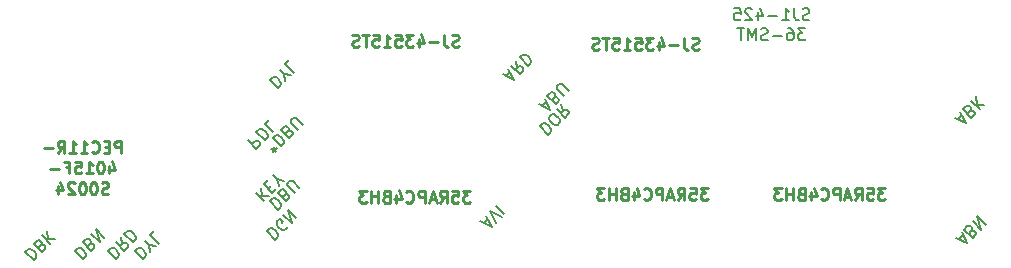
<source format=gbo>
G04 #@! TF.GenerationSoftware,KiCad,Pcbnew,(5.1.0-0)*
G04 #@! TF.CreationDate,2019-04-18T20:26:35-04:00*
G04 #@! TF.ProjectId,ubitx_panel,75626974-785f-4706-916e-656c2e6b6963,0.1*
G04 #@! TF.SameCoordinates,Original*
G04 #@! TF.FileFunction,Legend,Bot*
G04 #@! TF.FilePolarity,Positive*
%FSLAX46Y46*%
G04 Gerber Fmt 4.6, Leading zero omitted, Abs format (unit mm)*
G04 Created by KiCad (PCBNEW (5.1.0-0)) date 2019-04-18 20:26:35*
%MOMM*%
%LPD*%
G04 APERTURE LIST*
%ADD10C,0.200000*%
%ADD11C,0.250000*%
G04 APERTURE END LIST*
D10*
X112338876Y-98082660D02*
X113045983Y-98789767D01*
X112742937Y-97678599D02*
X112843952Y-98385706D01*
X113450044Y-98385706D02*
X112641922Y-98385706D01*
X113416372Y-97745942D02*
X113652074Y-97510240D01*
X113382700Y-97038836D02*
X113045983Y-97375553D01*
X113753089Y-98082660D01*
X114089807Y-97745942D01*
X114157150Y-96937820D02*
X113820433Y-96601103D01*
X114291837Y-97543912D02*
X114157150Y-96937820D01*
X114763242Y-97072507D01*
X111687040Y-93654496D02*
X112394147Y-94361603D01*
X112663521Y-94092229D01*
X112697192Y-93991213D01*
X112697192Y-93923870D01*
X112663521Y-93822855D01*
X112562505Y-93721839D01*
X112461490Y-93688168D01*
X112394147Y-93688168D01*
X112293131Y-93721839D01*
X112023757Y-93991213D01*
X112394147Y-92947389D02*
X113101254Y-93654496D01*
X113269612Y-93486137D01*
X113336956Y-93351450D01*
X113336956Y-93216763D01*
X113303284Y-93115748D01*
X113202269Y-92947389D01*
X113101254Y-92846374D01*
X112932895Y-92745358D01*
X112831880Y-92711687D01*
X112697192Y-92711687D01*
X112562505Y-92779030D01*
X112394147Y-92947389D01*
X113437971Y-91903565D02*
X113101254Y-92240282D01*
X113808360Y-92947389D01*
X114046609Y-94614141D02*
X113878250Y-94445782D01*
X113777235Y-94681484D02*
X113878250Y-94445782D01*
X114113952Y-94344767D01*
X113642548Y-94412110D02*
X113878250Y-94445782D01*
X113844578Y-94210080D01*
X113777235Y-93469301D02*
X114484341Y-94176408D01*
X114652700Y-94008049D01*
X114720044Y-93873362D01*
X114720044Y-93738675D01*
X114686372Y-93637660D01*
X114585357Y-93469301D01*
X114484341Y-93368286D01*
X114315983Y-93267271D01*
X114214967Y-93233599D01*
X114080280Y-93233599D01*
X113945593Y-93300942D01*
X113777235Y-93469301D01*
X115090433Y-92896881D02*
X115157776Y-92762194D01*
X115157776Y-92694851D01*
X115124105Y-92593836D01*
X115023089Y-92492820D01*
X114922074Y-92459149D01*
X114854731Y-92459149D01*
X114753715Y-92492820D01*
X114484341Y-92762194D01*
X115191448Y-93469301D01*
X115427150Y-93233599D01*
X115460822Y-93132584D01*
X115460822Y-93065240D01*
X115427150Y-92964225D01*
X115359807Y-92896881D01*
X115258792Y-92863210D01*
X115191448Y-92863210D01*
X115090433Y-92896881D01*
X114854731Y-93132584D01*
X115898555Y-92762194D02*
X115326135Y-92189775D01*
X115292463Y-92088759D01*
X115292463Y-92021416D01*
X115326135Y-91920401D01*
X115460822Y-91785714D01*
X115561837Y-91752042D01*
X115629181Y-91752042D01*
X115730196Y-91785714D01*
X116302616Y-92358133D01*
X133530163Y-88192034D02*
X133866880Y-87855316D01*
X133260789Y-88057347D02*
X134203598Y-88528751D01*
X133732193Y-87585942D01*
X134371957Y-86946179D02*
X134472972Y-87518599D01*
X133967896Y-87350240D02*
X134675002Y-88057347D01*
X134944376Y-87787973D01*
X134978048Y-87686958D01*
X134978048Y-87619614D01*
X134944376Y-87518599D01*
X134843361Y-87417584D01*
X134742346Y-87383912D01*
X134675002Y-87383912D01*
X134573987Y-87417584D01*
X134304613Y-87686958D01*
X134675002Y-86643133D02*
X135382109Y-87350240D01*
X135550468Y-87181881D01*
X135617811Y-87047194D01*
X135617811Y-86912507D01*
X135584140Y-86811492D01*
X135483124Y-86643133D01*
X135382109Y-86542118D01*
X135213750Y-86441103D01*
X135112735Y-86407431D01*
X134978048Y-86407431D01*
X134843361Y-86474775D01*
X134675002Y-86643133D01*
X171892727Y-102051870D02*
X172229444Y-101715152D01*
X171623353Y-101917183D02*
X172566162Y-102388587D01*
X172094757Y-101445778D01*
X172936551Y-101344763D02*
X173003895Y-101210076D01*
X173003895Y-101142732D01*
X172970223Y-101041717D01*
X172869208Y-100940702D01*
X172768192Y-100907030D01*
X172700849Y-100907030D01*
X172599834Y-100940702D01*
X172330460Y-101210076D01*
X173037567Y-101917183D01*
X173273269Y-101681481D01*
X173306941Y-101580465D01*
X173306941Y-101513122D01*
X173273269Y-101412107D01*
X173205925Y-101344763D01*
X173104910Y-101311091D01*
X173037567Y-101311091D01*
X172936551Y-101344763D01*
X172700849Y-101580465D01*
X173037567Y-100502969D02*
X173744673Y-101210076D01*
X173441628Y-100098908D01*
X174148734Y-100806015D01*
X171782563Y-91875034D02*
X172119280Y-91538316D01*
X171513189Y-91740347D02*
X172455998Y-92211751D01*
X171984593Y-91268942D01*
X172826387Y-91167927D02*
X172893731Y-91033240D01*
X172893731Y-90965897D01*
X172860059Y-90864881D01*
X172759044Y-90763866D01*
X172658028Y-90730194D01*
X172590685Y-90730194D01*
X172489670Y-90763866D01*
X172220296Y-91033240D01*
X172927402Y-91740347D01*
X173163105Y-91504645D01*
X173196776Y-91403629D01*
X173196776Y-91336286D01*
X173163105Y-91235271D01*
X173095761Y-91167927D01*
X172994746Y-91134255D01*
X172927402Y-91134255D01*
X172826387Y-91167927D01*
X172590685Y-91403629D01*
X172927402Y-90326133D02*
X173634509Y-91033240D01*
X173331463Y-89922072D02*
X173432479Y-90629179D01*
X174038570Y-90629179D02*
X173230448Y-90629179D01*
X131632265Y-100656332D02*
X131968983Y-100319614D01*
X131362891Y-100521645D02*
X132305700Y-100993049D01*
X131834296Y-100050240D01*
X132676089Y-100622660D02*
X132204685Y-99679851D01*
X133147494Y-100151255D01*
X132676089Y-99208446D02*
X133383196Y-99915553D01*
X136367861Y-92468675D02*
X137074967Y-93175782D01*
X137243326Y-93007423D01*
X137310670Y-92872736D01*
X137310670Y-92738049D01*
X137276998Y-92637034D01*
X137175983Y-92468675D01*
X137074967Y-92367660D01*
X136906609Y-92266645D01*
X136805593Y-92232973D01*
X136670906Y-92232973D01*
X136536219Y-92300316D01*
X136367861Y-92468675D01*
X137916761Y-92333988D02*
X138051448Y-92199301D01*
X138085120Y-92098286D01*
X138085120Y-91963599D01*
X137984105Y-91795240D01*
X137748402Y-91559538D01*
X137580044Y-91458523D01*
X137445357Y-91458523D01*
X137344341Y-91492194D01*
X137209654Y-91626881D01*
X137175983Y-91727897D01*
X137175983Y-91862584D01*
X137276998Y-92030942D01*
X137512700Y-92266645D01*
X137681059Y-92367660D01*
X137815746Y-92367660D01*
X137916761Y-92333988D01*
X138219807Y-90616729D02*
X138320822Y-91189149D01*
X137815746Y-91020790D02*
X138522853Y-91727897D01*
X138792227Y-91458523D01*
X138825898Y-91357507D01*
X138825898Y-91290164D01*
X138792227Y-91189149D01*
X138691211Y-91088133D01*
X138590196Y-91054462D01*
X138522853Y-91054462D01*
X138421837Y-91088133D01*
X138152463Y-91357507D01*
X136586727Y-90748870D02*
X136923444Y-90412152D01*
X136317353Y-90614183D02*
X137260162Y-91085587D01*
X136788757Y-90142778D01*
X137630551Y-90041763D02*
X137697895Y-89907076D01*
X137697895Y-89839732D01*
X137664223Y-89738717D01*
X137563208Y-89637702D01*
X137462192Y-89604030D01*
X137394849Y-89604030D01*
X137293834Y-89637702D01*
X137024460Y-89907076D01*
X137731567Y-90614183D01*
X137967269Y-90378481D01*
X138000941Y-90277465D01*
X138000941Y-90210122D01*
X137967269Y-90109107D01*
X137899925Y-90041763D01*
X137798910Y-90008091D01*
X137731567Y-90008091D01*
X137630551Y-90041763D01*
X137394849Y-90277465D01*
X138438673Y-89907076D02*
X137866254Y-89334656D01*
X137832582Y-89233641D01*
X137832582Y-89166297D01*
X137866254Y-89065282D01*
X138000941Y-88930595D01*
X138101956Y-88896923D01*
X138169299Y-88896923D01*
X138270315Y-88930595D01*
X138842734Y-89503015D01*
X113253861Y-101358675D02*
X113960967Y-102065782D01*
X114129326Y-101897423D01*
X114196670Y-101762736D01*
X114196670Y-101628049D01*
X114162998Y-101527034D01*
X114061983Y-101358675D01*
X113960967Y-101257660D01*
X113792609Y-101156645D01*
X113691593Y-101122973D01*
X113556906Y-101122973D01*
X113422219Y-101190316D01*
X113253861Y-101358675D01*
X115004792Y-100954614D02*
X114971120Y-101055629D01*
X114870105Y-101156645D01*
X114735418Y-101223988D01*
X114600731Y-101223988D01*
X114499715Y-101190316D01*
X114331357Y-101089301D01*
X114230341Y-100988286D01*
X114129326Y-100819927D01*
X114095654Y-100718912D01*
X114095654Y-100584225D01*
X114162998Y-100449538D01*
X114230341Y-100382194D01*
X114365028Y-100314851D01*
X114432372Y-100314851D01*
X114668074Y-100550553D01*
X114533387Y-100685240D01*
X114668074Y-99944462D02*
X115375181Y-100651568D01*
X115072135Y-99540401D01*
X115779242Y-100247507D01*
X113507861Y-98818675D02*
X114214967Y-99525782D01*
X114383326Y-99357423D01*
X114450670Y-99222736D01*
X114450670Y-99088049D01*
X114416998Y-98987034D01*
X114315983Y-98818675D01*
X114214967Y-98717660D01*
X114046609Y-98616645D01*
X113945593Y-98582973D01*
X113810906Y-98582973D01*
X113676219Y-98650316D01*
X113507861Y-98818675D01*
X114821059Y-98246255D02*
X114888402Y-98111568D01*
X114888402Y-98044225D01*
X114854731Y-97943210D01*
X114753715Y-97842194D01*
X114652700Y-97808523D01*
X114585357Y-97808523D01*
X114484341Y-97842194D01*
X114214967Y-98111568D01*
X114922074Y-98818675D01*
X115157776Y-98582973D01*
X115191448Y-98481958D01*
X115191448Y-98414614D01*
X115157776Y-98313599D01*
X115090433Y-98246255D01*
X114989418Y-98212584D01*
X114922074Y-98212584D01*
X114821059Y-98246255D01*
X114585357Y-98481958D01*
X115629181Y-98111568D02*
X115056761Y-97539149D01*
X115023089Y-97438133D01*
X115023089Y-97370790D01*
X115056761Y-97269775D01*
X115191448Y-97135088D01*
X115292463Y-97101416D01*
X115359807Y-97101416D01*
X115460822Y-97135088D01*
X116033242Y-97707507D01*
X113515548Y-88523988D02*
X114222654Y-89231095D01*
X114391013Y-89062736D01*
X114458357Y-88928049D01*
X114458357Y-88793362D01*
X114424685Y-88692347D01*
X114323670Y-88523988D01*
X114222654Y-88422973D01*
X114054296Y-88321958D01*
X113953280Y-88288286D01*
X113818593Y-88288286D01*
X113683906Y-88355629D01*
X113515548Y-88523988D01*
X114694059Y-88018912D02*
X114357341Y-87682194D01*
X114828746Y-88625003D02*
X114694059Y-88018912D01*
X115300150Y-88153599D01*
X115165463Y-86874072D02*
X114828746Y-87210790D01*
X115535853Y-87917897D01*
X102085548Y-103001988D02*
X102792654Y-103709095D01*
X102961013Y-103540736D01*
X103028357Y-103406049D01*
X103028357Y-103271362D01*
X102994685Y-103170347D01*
X102893670Y-103001988D01*
X102792654Y-102900973D01*
X102624296Y-102799958D01*
X102523280Y-102766286D01*
X102388593Y-102766286D01*
X102253906Y-102833629D01*
X102085548Y-103001988D01*
X103264059Y-102496912D02*
X102927341Y-102160194D01*
X103398746Y-103103003D02*
X103264059Y-102496912D01*
X103870150Y-102631599D01*
X103735463Y-101352072D02*
X103398746Y-101688790D01*
X104105853Y-102395897D01*
X99808696Y-102992839D02*
X100515803Y-103699946D01*
X100684162Y-103531587D01*
X100751505Y-103396900D01*
X100751505Y-103262213D01*
X100717834Y-103161198D01*
X100616818Y-102992839D01*
X100515803Y-102891824D01*
X100347444Y-102790809D01*
X100246429Y-102757137D01*
X100111742Y-102757137D01*
X99977055Y-102824481D01*
X99808696Y-102992839D01*
X100919864Y-101881671D02*
X101020880Y-102454091D01*
X100515803Y-102285732D02*
X101222910Y-102992839D01*
X101492284Y-102723465D01*
X101525956Y-102622450D01*
X101525956Y-102555107D01*
X101492284Y-102454091D01*
X101391269Y-102353076D01*
X101290254Y-102319404D01*
X101222910Y-102319404D01*
X101121895Y-102353076D01*
X100852521Y-102622450D01*
X101222910Y-101578626D02*
X101930017Y-102285732D01*
X102098376Y-102117374D01*
X102165719Y-101982687D01*
X102165719Y-101848000D01*
X102132047Y-101746984D01*
X102031032Y-101578626D01*
X101930017Y-101477610D01*
X101761658Y-101376595D01*
X101660643Y-101342923D01*
X101525956Y-101342923D01*
X101391269Y-101410267D01*
X101222910Y-101578626D01*
X96997861Y-103009675D02*
X97704967Y-103716782D01*
X97873326Y-103548423D01*
X97940670Y-103413736D01*
X97940670Y-103279049D01*
X97906998Y-103178034D01*
X97805983Y-103009675D01*
X97704967Y-102908660D01*
X97536609Y-102807645D01*
X97435593Y-102773973D01*
X97300906Y-102773973D01*
X97166219Y-102841316D01*
X96997861Y-103009675D01*
X98311059Y-102437255D02*
X98378402Y-102302568D01*
X98378402Y-102235225D01*
X98344731Y-102134210D01*
X98243715Y-102033194D01*
X98142700Y-101999523D01*
X98075357Y-101999523D01*
X97974341Y-102033194D01*
X97704967Y-102302568D01*
X98412074Y-103009675D01*
X98647776Y-102773973D01*
X98681448Y-102672958D01*
X98681448Y-102605614D01*
X98647776Y-102504599D01*
X98580433Y-102437255D01*
X98479418Y-102403584D01*
X98412074Y-102403584D01*
X98311059Y-102437255D01*
X98075357Y-102672958D01*
X98412074Y-101595462D02*
X99119181Y-102302568D01*
X98816135Y-101191401D01*
X99523242Y-101898507D01*
X92823696Y-103119839D02*
X93530803Y-103826946D01*
X93699162Y-103658587D01*
X93766505Y-103523900D01*
X93766505Y-103389213D01*
X93732834Y-103288198D01*
X93631818Y-103119839D01*
X93530803Y-103018824D01*
X93362444Y-102917809D01*
X93261429Y-102884137D01*
X93126742Y-102884137D01*
X92992055Y-102951481D01*
X92823696Y-103119839D01*
X94136895Y-102547420D02*
X94204238Y-102412732D01*
X94204238Y-102345389D01*
X94170567Y-102244374D01*
X94069551Y-102143358D01*
X93968536Y-102109687D01*
X93901192Y-102109687D01*
X93800177Y-102143358D01*
X93530803Y-102412732D01*
X94237910Y-103119839D01*
X94473612Y-102884137D01*
X94507284Y-102783122D01*
X94507284Y-102715778D01*
X94473612Y-102614763D01*
X94406269Y-102547420D01*
X94305254Y-102513748D01*
X94237910Y-102513748D01*
X94136895Y-102547420D01*
X93901192Y-102783122D01*
X94237910Y-101705626D02*
X94945017Y-102412732D01*
X94641971Y-101301565D02*
X94742986Y-102008671D01*
X95349078Y-102008671D02*
X94540956Y-102008671D01*
D11*
X100947594Y-94711800D02*
X100947594Y-93711800D01*
X100566641Y-93711800D01*
X100471403Y-93759420D01*
X100423784Y-93807039D01*
X100376165Y-93902277D01*
X100376165Y-94045134D01*
X100423784Y-94140372D01*
X100471403Y-94187991D01*
X100566641Y-94235610D01*
X100947594Y-94235610D01*
X99947594Y-94187991D02*
X99614260Y-94187991D01*
X99471403Y-94711800D02*
X99947594Y-94711800D01*
X99947594Y-93711800D01*
X99471403Y-93711800D01*
X98471403Y-94616562D02*
X98519022Y-94664181D01*
X98661880Y-94711800D01*
X98757118Y-94711800D01*
X98899975Y-94664181D01*
X98995213Y-94568943D01*
X99042832Y-94473705D01*
X99090451Y-94283229D01*
X99090451Y-94140372D01*
X99042832Y-93949896D01*
X98995213Y-93854658D01*
X98899975Y-93759420D01*
X98757118Y-93711800D01*
X98661880Y-93711800D01*
X98519022Y-93759420D01*
X98471403Y-93807039D01*
X97519022Y-94711800D02*
X98090451Y-94711800D01*
X97804737Y-94711800D02*
X97804737Y-93711800D01*
X97899975Y-93854658D01*
X97995213Y-93949896D01*
X98090451Y-93997515D01*
X96566641Y-94711800D02*
X97138070Y-94711800D01*
X96852356Y-94711800D02*
X96852356Y-93711800D01*
X96947594Y-93854658D01*
X97042832Y-93949896D01*
X97138070Y-93997515D01*
X95566641Y-94711800D02*
X95899975Y-94235610D01*
X96138070Y-94711800D02*
X96138070Y-93711800D01*
X95757118Y-93711800D01*
X95661880Y-93759420D01*
X95614260Y-93807039D01*
X95566641Y-93902277D01*
X95566641Y-94045134D01*
X95614260Y-94140372D01*
X95661880Y-94187991D01*
X95757118Y-94235610D01*
X96138070Y-94235610D01*
X95138070Y-94330848D02*
X94376165Y-94330848D01*
X99947594Y-95795134D02*
X99947594Y-96461800D01*
X100185689Y-95414181D02*
X100423784Y-96128467D01*
X99804737Y-96128467D01*
X99233308Y-95461800D02*
X99138070Y-95461800D01*
X99042832Y-95509420D01*
X98995213Y-95557039D01*
X98947594Y-95652277D01*
X98899975Y-95842753D01*
X98899975Y-96080848D01*
X98947594Y-96271324D01*
X98995213Y-96366562D01*
X99042832Y-96414181D01*
X99138070Y-96461800D01*
X99233308Y-96461800D01*
X99328546Y-96414181D01*
X99376165Y-96366562D01*
X99423784Y-96271324D01*
X99471403Y-96080848D01*
X99471403Y-95842753D01*
X99423784Y-95652277D01*
X99376165Y-95557039D01*
X99328546Y-95509420D01*
X99233308Y-95461800D01*
X97947594Y-96461800D02*
X98519022Y-96461800D01*
X98233308Y-96461800D02*
X98233308Y-95461800D01*
X98328546Y-95604658D01*
X98423784Y-95699896D01*
X98519022Y-95747515D01*
X97042832Y-95461800D02*
X97519022Y-95461800D01*
X97566641Y-95937991D01*
X97519022Y-95890372D01*
X97423784Y-95842753D01*
X97185689Y-95842753D01*
X97090451Y-95890372D01*
X97042832Y-95937991D01*
X96995213Y-96033229D01*
X96995213Y-96271324D01*
X97042832Y-96366562D01*
X97090451Y-96414181D01*
X97185689Y-96461800D01*
X97423784Y-96461800D01*
X97519022Y-96414181D01*
X97566641Y-96366562D01*
X96233308Y-95937991D02*
X96566641Y-95937991D01*
X96566641Y-96461800D02*
X96566641Y-95461800D01*
X96090451Y-95461800D01*
X95709499Y-96080848D02*
X94947594Y-96080848D01*
X99852356Y-98164181D02*
X99709499Y-98211800D01*
X99471403Y-98211800D01*
X99376165Y-98164181D01*
X99328546Y-98116562D01*
X99280927Y-98021324D01*
X99280927Y-97926086D01*
X99328546Y-97830848D01*
X99376165Y-97783229D01*
X99471403Y-97735610D01*
X99661880Y-97687991D01*
X99757118Y-97640372D01*
X99804737Y-97592753D01*
X99852356Y-97497515D01*
X99852356Y-97402277D01*
X99804737Y-97307039D01*
X99757118Y-97259420D01*
X99661880Y-97211800D01*
X99423784Y-97211800D01*
X99280927Y-97259420D01*
X98661880Y-97211800D02*
X98566641Y-97211800D01*
X98471403Y-97259420D01*
X98423784Y-97307039D01*
X98376165Y-97402277D01*
X98328546Y-97592753D01*
X98328546Y-97830848D01*
X98376165Y-98021324D01*
X98423784Y-98116562D01*
X98471403Y-98164181D01*
X98566641Y-98211800D01*
X98661880Y-98211800D01*
X98757118Y-98164181D01*
X98804737Y-98116562D01*
X98852356Y-98021324D01*
X98899975Y-97830848D01*
X98899975Y-97592753D01*
X98852356Y-97402277D01*
X98804737Y-97307039D01*
X98757118Y-97259420D01*
X98661880Y-97211800D01*
X97709499Y-97211800D02*
X97614260Y-97211800D01*
X97519022Y-97259420D01*
X97471403Y-97307039D01*
X97423784Y-97402277D01*
X97376165Y-97592753D01*
X97376165Y-97830848D01*
X97423784Y-98021324D01*
X97471403Y-98116562D01*
X97519022Y-98164181D01*
X97614260Y-98211800D01*
X97709499Y-98211800D01*
X97804737Y-98164181D01*
X97852356Y-98116562D01*
X97899975Y-98021324D01*
X97947594Y-97830848D01*
X97947594Y-97592753D01*
X97899975Y-97402277D01*
X97852356Y-97307039D01*
X97804737Y-97259420D01*
X97709499Y-97211800D01*
X96995213Y-97307039D02*
X96947594Y-97259420D01*
X96852356Y-97211800D01*
X96614260Y-97211800D01*
X96519022Y-97259420D01*
X96471403Y-97307039D01*
X96423784Y-97402277D01*
X96423784Y-97497515D01*
X96471403Y-97640372D01*
X97042832Y-98211800D01*
X96423784Y-98211800D01*
X95566641Y-97545134D02*
X95566641Y-98211800D01*
X95804737Y-97164181D02*
X96042832Y-97878467D01*
X95423784Y-97878467D01*
D10*
X159202356Y-83433181D02*
X159059499Y-83480800D01*
X158821403Y-83480800D01*
X158726165Y-83433181D01*
X158678546Y-83385562D01*
X158630927Y-83290324D01*
X158630927Y-83195086D01*
X158678546Y-83099848D01*
X158726165Y-83052229D01*
X158821403Y-83004610D01*
X159011880Y-82956991D01*
X159107118Y-82909372D01*
X159154737Y-82861753D01*
X159202356Y-82766515D01*
X159202356Y-82671277D01*
X159154737Y-82576039D01*
X159107118Y-82528420D01*
X159011880Y-82480800D01*
X158773784Y-82480800D01*
X158630927Y-82528420D01*
X157916641Y-82480800D02*
X157916641Y-83195086D01*
X157964260Y-83337943D01*
X158059499Y-83433181D01*
X158202356Y-83480800D01*
X158297594Y-83480800D01*
X156916641Y-83480800D02*
X157488070Y-83480800D01*
X157202356Y-83480800D02*
X157202356Y-82480800D01*
X157297594Y-82623658D01*
X157392832Y-82718896D01*
X157488070Y-82766515D01*
X156488070Y-83099848D02*
X155726165Y-83099848D01*
X154821403Y-82814134D02*
X154821403Y-83480800D01*
X155059499Y-82433181D02*
X155297594Y-83147467D01*
X154678546Y-83147467D01*
X154345213Y-82576039D02*
X154297594Y-82528420D01*
X154202356Y-82480800D01*
X153964260Y-82480800D01*
X153869022Y-82528420D01*
X153821403Y-82576039D01*
X153773784Y-82671277D01*
X153773784Y-82766515D01*
X153821403Y-82909372D01*
X154392832Y-83480800D01*
X153773784Y-83480800D01*
X152869022Y-82480800D02*
X153345213Y-82480800D01*
X153392832Y-82956991D01*
X153345213Y-82909372D01*
X153249975Y-82861753D01*
X153011880Y-82861753D01*
X152916641Y-82909372D01*
X152869022Y-82956991D01*
X152821403Y-83052229D01*
X152821403Y-83290324D01*
X152869022Y-83385562D01*
X152916641Y-83433181D01*
X153011880Y-83480800D01*
X153249975Y-83480800D01*
X153345213Y-83433181D01*
X153392832Y-83385562D01*
X158869022Y-84180800D02*
X158249975Y-84180800D01*
X158583308Y-84561753D01*
X158440451Y-84561753D01*
X158345213Y-84609372D01*
X158297594Y-84656991D01*
X158249975Y-84752229D01*
X158249975Y-84990324D01*
X158297594Y-85085562D01*
X158345213Y-85133181D01*
X158440451Y-85180800D01*
X158726165Y-85180800D01*
X158821403Y-85133181D01*
X158869022Y-85085562D01*
X157392832Y-84180800D02*
X157583308Y-84180800D01*
X157678546Y-84228420D01*
X157726165Y-84276039D01*
X157821403Y-84418896D01*
X157869022Y-84609372D01*
X157869022Y-84990324D01*
X157821403Y-85085562D01*
X157773784Y-85133181D01*
X157678546Y-85180800D01*
X157488070Y-85180800D01*
X157392832Y-85133181D01*
X157345213Y-85085562D01*
X157297594Y-84990324D01*
X157297594Y-84752229D01*
X157345213Y-84656991D01*
X157392832Y-84609372D01*
X157488070Y-84561753D01*
X157678546Y-84561753D01*
X157773784Y-84609372D01*
X157821403Y-84656991D01*
X157869022Y-84752229D01*
X156869022Y-84799848D02*
X156107118Y-84799848D01*
X155678546Y-85133181D02*
X155535689Y-85180800D01*
X155297594Y-85180800D01*
X155202356Y-85133181D01*
X155154737Y-85085562D01*
X155107118Y-84990324D01*
X155107118Y-84895086D01*
X155154737Y-84799848D01*
X155202356Y-84752229D01*
X155297594Y-84704610D01*
X155488070Y-84656991D01*
X155583308Y-84609372D01*
X155630927Y-84561753D01*
X155678546Y-84466515D01*
X155678546Y-84371277D01*
X155630927Y-84276039D01*
X155583308Y-84228420D01*
X155488070Y-84180800D01*
X155249975Y-84180800D01*
X155107118Y-84228420D01*
X154678546Y-85180800D02*
X154678546Y-84180800D01*
X154345213Y-84895086D01*
X154011880Y-84180800D01*
X154011880Y-85180800D01*
X153678546Y-84180800D02*
X153107118Y-84180800D01*
X153392832Y-85180800D02*
X153392832Y-84180800D01*
D11*
X129547689Y-85680181D02*
X129404832Y-85727800D01*
X129166737Y-85727800D01*
X129071499Y-85680181D01*
X129023880Y-85632562D01*
X128976260Y-85537324D01*
X128976260Y-85442086D01*
X129023880Y-85346848D01*
X129071499Y-85299229D01*
X129166737Y-85251610D01*
X129357213Y-85203991D01*
X129452451Y-85156372D01*
X129500070Y-85108753D01*
X129547689Y-85013515D01*
X129547689Y-84918277D01*
X129500070Y-84823039D01*
X129452451Y-84775420D01*
X129357213Y-84727800D01*
X129119118Y-84727800D01*
X128976260Y-84775420D01*
X128261975Y-84727800D02*
X128261975Y-85442086D01*
X128309594Y-85584943D01*
X128404832Y-85680181D01*
X128547689Y-85727800D01*
X128642927Y-85727800D01*
X127785784Y-85346848D02*
X127023880Y-85346848D01*
X126119118Y-85061134D02*
X126119118Y-85727800D01*
X126357213Y-84680181D02*
X126595308Y-85394467D01*
X125976260Y-85394467D01*
X125690546Y-84727800D02*
X125071499Y-84727800D01*
X125404832Y-85108753D01*
X125261975Y-85108753D01*
X125166737Y-85156372D01*
X125119118Y-85203991D01*
X125071499Y-85299229D01*
X125071499Y-85537324D01*
X125119118Y-85632562D01*
X125166737Y-85680181D01*
X125261975Y-85727800D01*
X125547689Y-85727800D01*
X125642927Y-85680181D01*
X125690546Y-85632562D01*
X124166737Y-84727800D02*
X124642927Y-84727800D01*
X124690546Y-85203991D01*
X124642927Y-85156372D01*
X124547689Y-85108753D01*
X124309594Y-85108753D01*
X124214356Y-85156372D01*
X124166737Y-85203991D01*
X124119118Y-85299229D01*
X124119118Y-85537324D01*
X124166737Y-85632562D01*
X124214356Y-85680181D01*
X124309594Y-85727800D01*
X124547689Y-85727800D01*
X124642927Y-85680181D01*
X124690546Y-85632562D01*
X123166737Y-85727800D02*
X123738165Y-85727800D01*
X123452451Y-85727800D02*
X123452451Y-84727800D01*
X123547689Y-84870658D01*
X123642927Y-84965896D01*
X123738165Y-85013515D01*
X122261975Y-84727800D02*
X122738165Y-84727800D01*
X122785784Y-85203991D01*
X122738165Y-85156372D01*
X122642927Y-85108753D01*
X122404832Y-85108753D01*
X122309594Y-85156372D01*
X122261975Y-85203991D01*
X122214356Y-85299229D01*
X122214356Y-85537324D01*
X122261975Y-85632562D01*
X122309594Y-85680181D01*
X122404832Y-85727800D01*
X122642927Y-85727800D01*
X122738165Y-85680181D01*
X122785784Y-85632562D01*
X121928641Y-84727800D02*
X121357213Y-84727800D01*
X121642927Y-85727800D02*
X121642927Y-84727800D01*
X121071499Y-85680181D02*
X120928641Y-85727800D01*
X120690546Y-85727800D01*
X120595308Y-85680181D01*
X120547689Y-85632562D01*
X120500070Y-85537324D01*
X120500070Y-85442086D01*
X120547689Y-85346848D01*
X120595308Y-85299229D01*
X120690546Y-85251610D01*
X120881022Y-85203991D01*
X120976260Y-85156372D01*
X121023880Y-85108753D01*
X121071499Y-85013515D01*
X121071499Y-84918277D01*
X121023880Y-84823039D01*
X120976260Y-84775420D01*
X120881022Y-84727800D01*
X120642927Y-84727800D01*
X120500070Y-84775420D01*
X149867689Y-85934181D02*
X149724832Y-85981800D01*
X149486737Y-85981800D01*
X149391499Y-85934181D01*
X149343880Y-85886562D01*
X149296260Y-85791324D01*
X149296260Y-85696086D01*
X149343880Y-85600848D01*
X149391499Y-85553229D01*
X149486737Y-85505610D01*
X149677213Y-85457991D01*
X149772451Y-85410372D01*
X149820070Y-85362753D01*
X149867689Y-85267515D01*
X149867689Y-85172277D01*
X149820070Y-85077039D01*
X149772451Y-85029420D01*
X149677213Y-84981800D01*
X149439118Y-84981800D01*
X149296260Y-85029420D01*
X148581975Y-84981800D02*
X148581975Y-85696086D01*
X148629594Y-85838943D01*
X148724832Y-85934181D01*
X148867689Y-85981800D01*
X148962927Y-85981800D01*
X148105784Y-85600848D02*
X147343880Y-85600848D01*
X146439118Y-85315134D02*
X146439118Y-85981800D01*
X146677213Y-84934181D02*
X146915308Y-85648467D01*
X146296260Y-85648467D01*
X146010546Y-84981800D02*
X145391499Y-84981800D01*
X145724832Y-85362753D01*
X145581975Y-85362753D01*
X145486737Y-85410372D01*
X145439118Y-85457991D01*
X145391499Y-85553229D01*
X145391499Y-85791324D01*
X145439118Y-85886562D01*
X145486737Y-85934181D01*
X145581975Y-85981800D01*
X145867689Y-85981800D01*
X145962927Y-85934181D01*
X146010546Y-85886562D01*
X144486737Y-84981800D02*
X144962927Y-84981800D01*
X145010546Y-85457991D01*
X144962927Y-85410372D01*
X144867689Y-85362753D01*
X144629594Y-85362753D01*
X144534356Y-85410372D01*
X144486737Y-85457991D01*
X144439118Y-85553229D01*
X144439118Y-85791324D01*
X144486737Y-85886562D01*
X144534356Y-85934181D01*
X144629594Y-85981800D01*
X144867689Y-85981800D01*
X144962927Y-85934181D01*
X145010546Y-85886562D01*
X143486737Y-85981800D02*
X144058165Y-85981800D01*
X143772451Y-85981800D02*
X143772451Y-84981800D01*
X143867689Y-85124658D01*
X143962927Y-85219896D01*
X144058165Y-85267515D01*
X142581975Y-84981800D02*
X143058165Y-84981800D01*
X143105784Y-85457991D01*
X143058165Y-85410372D01*
X142962927Y-85362753D01*
X142724832Y-85362753D01*
X142629594Y-85410372D01*
X142581975Y-85457991D01*
X142534356Y-85553229D01*
X142534356Y-85791324D01*
X142581975Y-85886562D01*
X142629594Y-85934181D01*
X142724832Y-85981800D01*
X142962927Y-85981800D01*
X143058165Y-85934181D01*
X143105784Y-85886562D01*
X142248641Y-84981800D02*
X141677213Y-84981800D01*
X141962927Y-85981800D02*
X141962927Y-84981800D01*
X141391499Y-85934181D02*
X141248641Y-85981800D01*
X141010546Y-85981800D01*
X140915308Y-85934181D01*
X140867689Y-85886562D01*
X140820070Y-85791324D01*
X140820070Y-85696086D01*
X140867689Y-85600848D01*
X140915308Y-85553229D01*
X141010546Y-85505610D01*
X141201022Y-85457991D01*
X141296260Y-85410372D01*
X141343880Y-85362753D01*
X141391499Y-85267515D01*
X141391499Y-85172277D01*
X141343880Y-85077039D01*
X141296260Y-85029420D01*
X141201022Y-84981800D01*
X140962927Y-84981800D01*
X140820070Y-85029420D01*
X130500165Y-97935800D02*
X129881118Y-97935800D01*
X130214451Y-98316753D01*
X130071594Y-98316753D01*
X129976356Y-98364372D01*
X129928737Y-98411991D01*
X129881118Y-98507229D01*
X129881118Y-98745324D01*
X129928737Y-98840562D01*
X129976356Y-98888181D01*
X130071594Y-98935800D01*
X130357308Y-98935800D01*
X130452546Y-98888181D01*
X130500165Y-98840562D01*
X128976356Y-97935800D02*
X129452546Y-97935800D01*
X129500165Y-98411991D01*
X129452546Y-98364372D01*
X129357308Y-98316753D01*
X129119213Y-98316753D01*
X129023975Y-98364372D01*
X128976356Y-98411991D01*
X128928737Y-98507229D01*
X128928737Y-98745324D01*
X128976356Y-98840562D01*
X129023975Y-98888181D01*
X129119213Y-98935800D01*
X129357308Y-98935800D01*
X129452546Y-98888181D01*
X129500165Y-98840562D01*
X127928737Y-98935800D02*
X128262070Y-98459610D01*
X128500165Y-98935800D02*
X128500165Y-97935800D01*
X128119213Y-97935800D01*
X128023975Y-97983420D01*
X127976356Y-98031039D01*
X127928737Y-98126277D01*
X127928737Y-98269134D01*
X127976356Y-98364372D01*
X128023975Y-98411991D01*
X128119213Y-98459610D01*
X128500165Y-98459610D01*
X127547784Y-98650086D02*
X127071594Y-98650086D01*
X127643022Y-98935800D02*
X127309689Y-97935800D01*
X126976356Y-98935800D01*
X126643022Y-98935800D02*
X126643022Y-97935800D01*
X126262070Y-97935800D01*
X126166832Y-97983420D01*
X126119213Y-98031039D01*
X126071594Y-98126277D01*
X126071594Y-98269134D01*
X126119213Y-98364372D01*
X126166832Y-98411991D01*
X126262070Y-98459610D01*
X126643022Y-98459610D01*
X125071594Y-98840562D02*
X125119213Y-98888181D01*
X125262070Y-98935800D01*
X125357308Y-98935800D01*
X125500165Y-98888181D01*
X125595403Y-98792943D01*
X125643022Y-98697705D01*
X125690641Y-98507229D01*
X125690641Y-98364372D01*
X125643022Y-98173896D01*
X125595403Y-98078658D01*
X125500165Y-97983420D01*
X125357308Y-97935800D01*
X125262070Y-97935800D01*
X125119213Y-97983420D01*
X125071594Y-98031039D01*
X124214451Y-98269134D02*
X124214451Y-98935800D01*
X124452546Y-97888181D02*
X124690641Y-98602467D01*
X124071594Y-98602467D01*
X123357308Y-98411991D02*
X123214451Y-98459610D01*
X123166832Y-98507229D01*
X123119213Y-98602467D01*
X123119213Y-98745324D01*
X123166832Y-98840562D01*
X123214451Y-98888181D01*
X123309689Y-98935800D01*
X123690641Y-98935800D01*
X123690641Y-97935800D01*
X123357308Y-97935800D01*
X123262070Y-97983420D01*
X123214451Y-98031039D01*
X123166832Y-98126277D01*
X123166832Y-98221515D01*
X123214451Y-98316753D01*
X123262070Y-98364372D01*
X123357308Y-98411991D01*
X123690641Y-98411991D01*
X122690641Y-98935800D02*
X122690641Y-97935800D01*
X122690641Y-98411991D02*
X122119213Y-98411991D01*
X122119213Y-98935800D02*
X122119213Y-97935800D01*
X121738260Y-97935800D02*
X121119213Y-97935800D01*
X121452546Y-98316753D01*
X121309689Y-98316753D01*
X121214451Y-98364372D01*
X121166832Y-98411991D01*
X121119213Y-98507229D01*
X121119213Y-98745324D01*
X121166832Y-98840562D01*
X121214451Y-98888181D01*
X121309689Y-98935800D01*
X121595403Y-98935800D01*
X121690641Y-98888181D01*
X121738260Y-98840562D01*
X150626165Y-97711800D02*
X150007118Y-97711800D01*
X150340451Y-98092753D01*
X150197594Y-98092753D01*
X150102356Y-98140372D01*
X150054737Y-98187991D01*
X150007118Y-98283229D01*
X150007118Y-98521324D01*
X150054737Y-98616562D01*
X150102356Y-98664181D01*
X150197594Y-98711800D01*
X150483308Y-98711800D01*
X150578546Y-98664181D01*
X150626165Y-98616562D01*
X149102356Y-97711800D02*
X149578546Y-97711800D01*
X149626165Y-98187991D01*
X149578546Y-98140372D01*
X149483308Y-98092753D01*
X149245213Y-98092753D01*
X149149975Y-98140372D01*
X149102356Y-98187991D01*
X149054737Y-98283229D01*
X149054737Y-98521324D01*
X149102356Y-98616562D01*
X149149975Y-98664181D01*
X149245213Y-98711800D01*
X149483308Y-98711800D01*
X149578546Y-98664181D01*
X149626165Y-98616562D01*
X148054737Y-98711800D02*
X148388070Y-98235610D01*
X148626165Y-98711800D02*
X148626165Y-97711800D01*
X148245213Y-97711800D01*
X148149975Y-97759420D01*
X148102356Y-97807039D01*
X148054737Y-97902277D01*
X148054737Y-98045134D01*
X148102356Y-98140372D01*
X148149975Y-98187991D01*
X148245213Y-98235610D01*
X148626165Y-98235610D01*
X147673784Y-98426086D02*
X147197594Y-98426086D01*
X147769022Y-98711800D02*
X147435689Y-97711800D01*
X147102356Y-98711800D01*
X146769022Y-98711800D02*
X146769022Y-97711800D01*
X146388070Y-97711800D01*
X146292832Y-97759420D01*
X146245213Y-97807039D01*
X146197594Y-97902277D01*
X146197594Y-98045134D01*
X146245213Y-98140372D01*
X146292832Y-98187991D01*
X146388070Y-98235610D01*
X146769022Y-98235610D01*
X145197594Y-98616562D02*
X145245213Y-98664181D01*
X145388070Y-98711800D01*
X145483308Y-98711800D01*
X145626165Y-98664181D01*
X145721403Y-98568943D01*
X145769022Y-98473705D01*
X145816641Y-98283229D01*
X145816641Y-98140372D01*
X145769022Y-97949896D01*
X145721403Y-97854658D01*
X145626165Y-97759420D01*
X145483308Y-97711800D01*
X145388070Y-97711800D01*
X145245213Y-97759420D01*
X145197594Y-97807039D01*
X144340451Y-98045134D02*
X144340451Y-98711800D01*
X144578546Y-97664181D02*
X144816641Y-98378467D01*
X144197594Y-98378467D01*
X143483308Y-98187991D02*
X143340451Y-98235610D01*
X143292832Y-98283229D01*
X143245213Y-98378467D01*
X143245213Y-98521324D01*
X143292832Y-98616562D01*
X143340451Y-98664181D01*
X143435689Y-98711800D01*
X143816641Y-98711800D01*
X143816641Y-97711800D01*
X143483308Y-97711800D01*
X143388070Y-97759420D01*
X143340451Y-97807039D01*
X143292832Y-97902277D01*
X143292832Y-97997515D01*
X143340451Y-98092753D01*
X143388070Y-98140372D01*
X143483308Y-98187991D01*
X143816641Y-98187991D01*
X142816641Y-98711800D02*
X142816641Y-97711800D01*
X142816641Y-98187991D02*
X142245213Y-98187991D01*
X142245213Y-98711800D02*
X142245213Y-97711800D01*
X141864260Y-97711800D02*
X141245213Y-97711800D01*
X141578546Y-98092753D01*
X141435689Y-98092753D01*
X141340451Y-98140372D01*
X141292832Y-98187991D01*
X141245213Y-98283229D01*
X141245213Y-98521324D01*
X141292832Y-98616562D01*
X141340451Y-98664181D01*
X141435689Y-98711800D01*
X141721403Y-98711800D01*
X141816641Y-98664181D01*
X141864260Y-98616562D01*
X165626165Y-97711800D02*
X165007118Y-97711800D01*
X165340451Y-98092753D01*
X165197594Y-98092753D01*
X165102356Y-98140372D01*
X165054737Y-98187991D01*
X165007118Y-98283229D01*
X165007118Y-98521324D01*
X165054737Y-98616562D01*
X165102356Y-98664181D01*
X165197594Y-98711800D01*
X165483308Y-98711800D01*
X165578546Y-98664181D01*
X165626165Y-98616562D01*
X164102356Y-97711800D02*
X164578546Y-97711800D01*
X164626165Y-98187991D01*
X164578546Y-98140372D01*
X164483308Y-98092753D01*
X164245213Y-98092753D01*
X164149975Y-98140372D01*
X164102356Y-98187991D01*
X164054737Y-98283229D01*
X164054737Y-98521324D01*
X164102356Y-98616562D01*
X164149975Y-98664181D01*
X164245213Y-98711800D01*
X164483308Y-98711800D01*
X164578546Y-98664181D01*
X164626165Y-98616562D01*
X163054737Y-98711800D02*
X163388070Y-98235610D01*
X163626165Y-98711800D02*
X163626165Y-97711800D01*
X163245213Y-97711800D01*
X163149975Y-97759420D01*
X163102356Y-97807039D01*
X163054737Y-97902277D01*
X163054737Y-98045134D01*
X163102356Y-98140372D01*
X163149975Y-98187991D01*
X163245213Y-98235610D01*
X163626165Y-98235610D01*
X162673784Y-98426086D02*
X162197594Y-98426086D01*
X162769022Y-98711800D02*
X162435689Y-97711800D01*
X162102356Y-98711800D01*
X161769022Y-98711800D02*
X161769022Y-97711800D01*
X161388070Y-97711800D01*
X161292832Y-97759420D01*
X161245213Y-97807039D01*
X161197594Y-97902277D01*
X161197594Y-98045134D01*
X161245213Y-98140372D01*
X161292832Y-98187991D01*
X161388070Y-98235610D01*
X161769022Y-98235610D01*
X160197594Y-98616562D02*
X160245213Y-98664181D01*
X160388070Y-98711800D01*
X160483308Y-98711800D01*
X160626165Y-98664181D01*
X160721403Y-98568943D01*
X160769022Y-98473705D01*
X160816641Y-98283229D01*
X160816641Y-98140372D01*
X160769022Y-97949896D01*
X160721403Y-97854658D01*
X160626165Y-97759420D01*
X160483308Y-97711800D01*
X160388070Y-97711800D01*
X160245213Y-97759420D01*
X160197594Y-97807039D01*
X159340451Y-98045134D02*
X159340451Y-98711800D01*
X159578546Y-97664181D02*
X159816641Y-98378467D01*
X159197594Y-98378467D01*
X158483308Y-98187991D02*
X158340451Y-98235610D01*
X158292832Y-98283229D01*
X158245213Y-98378467D01*
X158245213Y-98521324D01*
X158292832Y-98616562D01*
X158340451Y-98664181D01*
X158435689Y-98711800D01*
X158816641Y-98711800D01*
X158816641Y-97711800D01*
X158483308Y-97711800D01*
X158388070Y-97759420D01*
X158340451Y-97807039D01*
X158292832Y-97902277D01*
X158292832Y-97997515D01*
X158340451Y-98092753D01*
X158388070Y-98140372D01*
X158483308Y-98187991D01*
X158816641Y-98187991D01*
X157816641Y-98711800D02*
X157816641Y-97711800D01*
X157816641Y-98187991D02*
X157245213Y-98187991D01*
X157245213Y-98711800D02*
X157245213Y-97711800D01*
X156864260Y-97711800D02*
X156245213Y-97711800D01*
X156578546Y-98092753D01*
X156435689Y-98092753D01*
X156340451Y-98140372D01*
X156292832Y-98187991D01*
X156245213Y-98283229D01*
X156245213Y-98521324D01*
X156292832Y-98616562D01*
X156340451Y-98664181D01*
X156435689Y-98711800D01*
X156721403Y-98711800D01*
X156816641Y-98664181D01*
X156864260Y-98616562D01*
M02*

</source>
